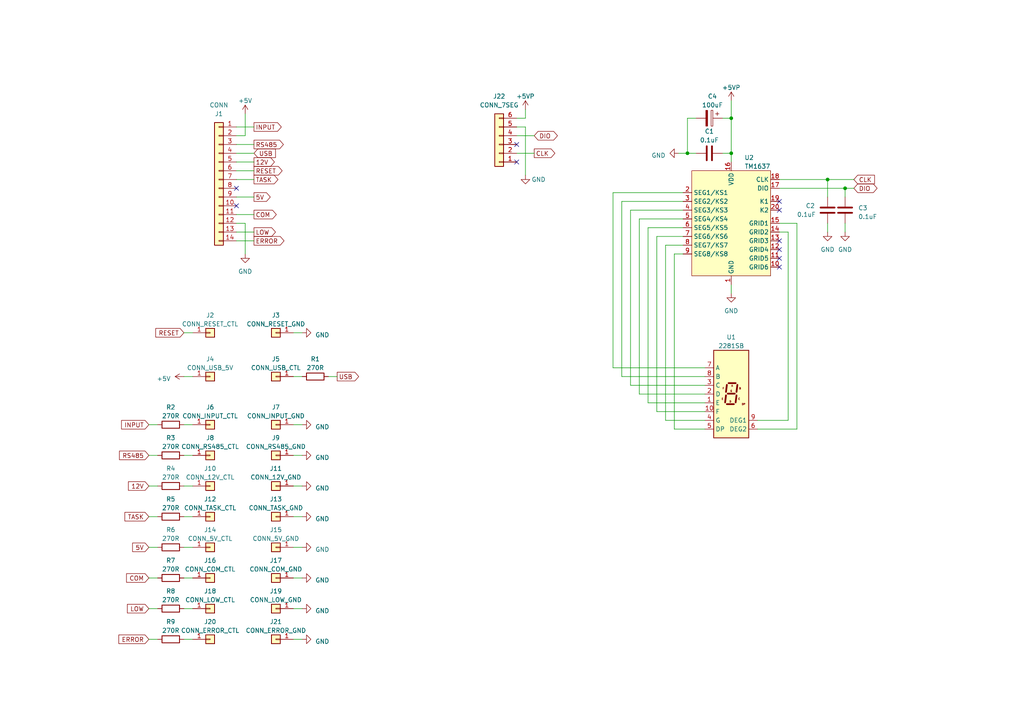
<source format=kicad_sch>
(kicad_sch (version 20230121) (generator eeschema)
  (paper "A4")
  (lib_symbols
    (symbol "Connector_Generic:Conn_01x01" (pin_names (offset 1.016) hide)
      (property "Reference" "J" (at 0 2.54 0))
      (property "Value" "Conn_01x01" (at 0 -2.54 0))
      (symbol "Conn_01x01_1_1"
        (rectangle (start -1.27 0.127) (end 0 -0.127) (stroke (width 0.1524)))
        (rectangle (start -1.27 1.27) (end 1.27 -1.27) (stroke (width 0.254)) (fill (type background)))
        (pin passive line (at -5.08 0 0) (length 3.81) (name "Pin_1") (number "1"))
      )
    )
    (symbol "Connector_Generic:Conn_01x06" (pin_names (offset 1.016) hide)
      (property "Reference" "J" (at 0 7.62 0))
      (property "Value" "Conn_01x06" (at 0 -10.16 0))
      (symbol "Conn_01x06_1_1"
        (rectangle (start -1.27 -7.493) (end 0 -7.747) (stroke (width 0.1524)))
        (rectangle (start -1.27 -4.953) (end 0 -5.207) (stroke (width 0.1524)))
        (rectangle (start -1.27 -2.413) (end 0 -2.667) (stroke (width 0.1524)))
        (rectangle (start -1.27 0.127) (end 0 -0.127) (stroke (width 0.1524)))
        (rectangle (start -1.27 2.667) (end 0 2.413) (stroke (width 0.1524)))
        (rectangle (start -1.27 5.207) (end 0 4.953) (stroke (width 0.1524)))
        (rectangle (start -1.27 6.35) (end 1.27 -8.89) (stroke (width 0.254)) (fill (type background)))
        (pin passive line (at -5.08 5.08 0) (length 3.81) (name "Pin_1") (number "1"))
        (pin passive line (at -5.08 2.54 0) (length 3.81) (name "Pin_2") (number "2"))
        (pin passive line (at -5.08 0 0) (length 3.81) (name "Pin_3") (number "3"))
        (pin passive line (at -5.08 -2.54 0) (length 3.81) (name "Pin_4") (number "4"))
        (pin passive line (at -5.08 -5.08 0) (length 3.81) (name "Pin_5") (number "5"))
        (pin passive line (at -5.08 -7.62 0) (length 3.81) (name "Pin_6") (number "6"))
      )
    )
    (symbol "Connector_Generic:Conn_01x14" (pin_names (offset 1.016) hide)
      (property "Reference" "J" (at 0 17.78 0))
      (property "Value" "Conn_01x14" (at 0 -20.32 0))
      (symbol "Conn_01x14_1_1"
        (rectangle (start -1.27 -17.653) (end 0 -17.907) (stroke (width 0.1524)))
        (rectangle (start -1.27 -15.113) (end 0 -15.367) (stroke (width 0.1524)))
        (rectangle (start -1.27 -12.573) (end 0 -12.827) (stroke (width 0.1524)))
        (rectangle (start -1.27 -10.033) (end 0 -10.287) (stroke (width 0.1524)))
        (rectangle (start -1.27 -7.493) (end 0 -7.747) (stroke (width 0.1524)))
        (rectangle (start -1.27 -4.953) (end 0 -5.207) (stroke (width 0.1524)))
        (rectangle (start -1.27 -2.413) (end 0 -2.667) (stroke (width 0.1524)))
        (rectangle (start -1.27 0.127) (end 0 -0.127) (stroke (width 0.1524)))
        (rectangle (start -1.27 2.667) (end 0 2.413) (stroke (width 0.1524)))
        (rectangle (start -1.27 5.207) (end 0 4.953) (stroke (width 0.1524)))
        (rectangle (start -1.27 7.747) (end 0 7.493) (stroke (width 0.1524)))
        (rectangle (start -1.27 10.287) (end 0 10.033) (stroke (width 0.1524)))
        (rectangle (start -1.27 12.827) (end 0 12.573) (stroke (width 0.1524)))
        (rectangle (start -1.27 15.367) (end 0 15.113) (stroke (width 0.1524)))
        (rectangle (start -1.27 16.51) (end 1.27 -19.05) (stroke (width 0.254)) (fill (type background)))
        (pin passive line (at -5.08 15.24 0) (length 3.81) (name "Pin_1") (number "1"))
        (pin passive line (at -5.08 -7.62 0) (length 3.81) (name "Pin_10") (number "10"))
        (pin passive line (at -5.08 -10.16 0) (length 3.81) (name "Pin_11") (number "11"))
        (pin passive line (at -5.08 -12.7 0) (length 3.81) (name "Pin_12") (number "12"))
        (pin passive line (at -5.08 -15.24 0) (length 3.81) (name "Pin_13") (number "13"))
        (pin passive line (at -5.08 -17.78 0) (length 3.81) (name "Pin_14") (number "14"))
        (pin passive line (at -5.08 12.7 0) (length 3.81) (name "Pin_2") (number "2"))
        (pin passive line (at -5.08 10.16 0) (length 3.81) (name "Pin_3") (number "3"))
        (pin passive line (at -5.08 7.62 0) (length 3.81) (name "Pin_4") (number "4"))
        (pin passive line (at -5.08 5.08 0) (length 3.81) (name "Pin_5") (number "5"))
        (pin passive line (at -5.08 2.54 0) (length 3.81) (name "Pin_6") (number "6"))
        (pin passive line (at -5.08 0 0) (length 3.81) (name "Pin_7") (number "7"))
        (pin passive line (at -5.08 -2.54 0) (length 3.81) (name "Pin_8") (number "8"))
        (pin passive line (at -5.08 -5.08 0) (length 3.81) (name "Pin_9") (number "9"))
      )
    )
    (symbol "Device:C" (pin_numbers hide) (pin_names (offset 0.254))
      (property "Reference" "C" (at 0.635 2.54 0))
      (property "Value" "C" (at 0.635 -2.54 0))
      (symbol "C_0_1"
        (polyline (pts (xy -2.032 -0.762) (xy 2.032 -0.762)) (stroke (width 0.508)))
        (polyline (pts (xy -2.032 0.762) (xy 2.032 0.762)) (stroke (width 0.508)))
      )
      (symbol "C_1_1"
        (pin passive line (at 0 3.81 270) (length 2.794) (name "~") (number "1"))
        (pin passive line (at 0 -3.81 90) (length 2.794) (name "~") (number "2"))
      )
    )
    (symbol "Device:C_Polarized" (pin_numbers hide) (pin_names (offset 0.254))
      (property "Reference" "C" (at 0.635 2.54 0))
      (property "Value" "C_Polarized" (at 0.635 -2.54 0))
      (symbol "C_Polarized_0_1"
        (rectangle (start -2.286 0.508) (end 2.286 1.016))
        (polyline (pts (xy -1.778 2.286) (xy -0.762 2.286)))
        (polyline (pts (xy -1.27 2.794) (xy -1.27 1.778)))
        (rectangle (start 2.286 -0.508) (end -2.286 -1.016) (fill (type outline)))
      )
      (symbol "C_Polarized_1_1"
        (pin passive line (at 0 3.81 270) (length 2.794) (name "~") (number "1"))
        (pin passive line (at 0 -3.81 90) (length 2.794) (name "~") (number "2"))
      )
    )
    (symbol "Device:R" (pin_numbers hide) (pin_names (offset 0))
      (property "Reference" "R" (at 2.032 0 90))
      (property "Value" "R" (at 0 0 90))
      (symbol "R_0_1"
        (rectangle (start -1.016 -2.54) (end 1.016 2.54) (stroke (width 0.254)))
      )
      (symbol "R_1_1"
        (pin passive line (at 0 3.81 270) (length 1.27) (name "~") (number "1"))
        (pin passive line (at 0 -3.81 90) (length 1.27) (name "~") (number "2"))
      )
    )
    (symbol "Display_Character:SC39-12EWA"
      (property "Reference" "U1" (at 0 16.51 0))
      (property "Value" "SC39-12EWA" (at 0 13.97 0))
      (symbol "SC39-12EWA_1_0"
        (text "A" (at 0.254 2.413 0) (effects (font (size 0.508 0.508))))
        (text "B" (at 2.54 1.651 0) (effects (font (size 0.508 0.508))))
        (text "C" (at 2.286 -1.397 0) (effects (font (size 0.508 0.508))))
        (text "D" (at -0.254 -2.159 0) (effects (font (size 0.508 0.508))))
        (text "DP" (at 3.556 -2.921 0) (effects (font (size 0.508 0.508))))
        (text "E" (at -2.54 -1.397 0) (effects (font (size 0.508 0.508))))
        (text "F" (at -2.286 1.651 0) (effects (font (size 0.508 0.508))))
        (text "G" (at 0 0.889 0) (effects (font (size 0.508 0.508))))
      )
      (symbol "SC39-12EWA_1_1"
        (rectangle (start -5.08 12.7) (end 5.08 -12.7) (stroke (width 0.254)) (fill (type background)))
        (polyline (pts (xy -1.524 -0.381) (xy -1.778 -2.413)) (stroke (width 0.508)))
        (polyline (pts (xy -1.27 -2.921) (xy 0.762 -2.921)) (stroke (width 0.508)))
        (polyline (pts (xy -1.27 2.667) (xy -1.524 0.635)) (stroke (width 0.508)))
        (polyline (pts (xy -1.016 0.127) (xy 1.016 0.127)) (stroke (width 0.508)))
        (polyline (pts (xy -0.762 3.175) (xy 1.27 3.175)) (stroke (width 0.508)))
        (polyline (pts (xy 1.524 -0.381) (xy 1.27 -2.413)) (stroke (width 0.508)))
        (polyline (pts (xy 1.778 2.667) (xy 1.524 0.635)) (stroke (width 0.508)))
        (polyline (pts (xy 2.54 -2.921) (xy 2.54 -2.921)) (stroke (width 0.508)))
        (pin input line (at -7.62 -2.54 0) (length 2.54) (name "E") (number "1"))
        (pin input line (at -7.62 -5.08 0) (length 2.54) (name "F") (number "10"))
        (pin input line (at -7.62 0 0) (length 2.54) (name "D") (number "2"))
        (pin input line (at -7.62 2.54 0) (length 2.54) (name "C") (number "3"))
        (pin input line (at -7.62 -7.62 0) (length 2.54) (name "G") (number "4"))
        (pin input line (at -7.62 -10.16 0) (length 2.54) (name "DP") (number "5"))
        (pin input line (at 7.62 -10.16 180) (length 2.54) (name "DEG2") (number "6"))
        (pin input line (at -7.62 7.62 0) (length 2.54) (name "A") (number "7"))
        (pin input line (at -7.62 5.08 0) (length 2.54) (name "B") (number "8"))
        (pin input line (at 7.62 -7.62 180) (length 2.54) (name "DEG1") (number "9"))
      )
    )
    (symbol "TSRP_Module:TM1637"
      (property "Reference" "U2" (at 15.24 3.81 0))
      (property "Value" "TM1637" (at 19.05 1.27 0))
      (symbol "TM1637_1_1"
        (rectangle (start 0 0) (end 22.86 -30.48) (fill (type background)))
        (pin power_in line (at 11.43 -33.02 90) (length 2.54) (name "GND") (number "1"))
        (pin input line (at 25.4 -27.94 180) (length 2.54) (name "GRID6") (number "10"))
        (pin input line (at 25.4 -25.4 180) (length 2.54) (name "GRID5") (number "11"))
        (pin input line (at 25.4 -22.86 180) (length 2.54) (name "GRID4") (number "12"))
        (pin input line (at 25.4 -20.32 180) (length 2.54) (name "GRID3") (number "13"))
        (pin input line (at 25.4 -17.78 180) (length 2.54) (name "GRID2") (number "14"))
        (pin input line (at 25.4 -15.24 180) (length 2.54) (name "GRID1") (number "15"))
        (pin power_in line (at 11.43 2.54 270) (length 2.54) (name "VDD") (number "16"))
        (pin bidirectional line (at 25.4 -5.08 180) (length 2.54) (name "DIO") (number "17"))
        (pin input line (at 25.4 -2.54 180) (length 2.54) (name "CLK") (number "18"))
        (pin output line (at 25.4 -8.89 180) (length 2.54) (name "K1") (number "19"))
        (pin output line (at -2.54 -6.35 0) (length 2.54) (name "SEG1/KS1") (number "2"))
        (pin output line (at 25.4 -11.43 180) (length 2.54) (name "K2") (number "20"))
        (pin output line (at -2.54 -8.89 0) (length 2.54) (name "SEG2/KS2") (number "3"))
        (pin output line (at -2.54 -11.43 0) (length 2.54) (name "SEG3/KS3") (number "4"))
        (pin output line (at -2.54 -13.97 0) (length 2.54) (name "SEG4/KS4") (number "5"))
        (pin output line (at -2.54 -16.51 0) (length 2.54) (name "SEG5/KS5") (number "6"))
        (pin output line (at -2.54 -19.05 0) (length 2.54) (name "SEG6/KS6") (number "7"))
        (pin output line (at -2.54 -21.59 0) (length 2.54) (name "SEG7/KS7") (number "8"))
        (pin output line (at -2.54 -24.13 0) (length 2.54) (name "SEG8/KS8") (number "9"))
      )
    )
    (symbol "power:+5V" (power) (pin_names (offset 0))
      (property "Value" "+5V" (at 0 3.556 0))
      (symbol "+5V_0_1"
        (polyline (pts (xy -0.762 1.27) (xy 0 2.54)))
        (polyline (pts (xy 0 0) (xy 0 2.54)))
        (polyline (pts (xy 0 2.54) (xy 0.762 1.27)))
      )
      (symbol "+5V_1_1"
        (pin power_in line (at 0 0 90) (length 0) hide (name "+5V") (number "1"))
      )
    )
    (symbol "power:+5VP" (power) (pin_names (offset 0))
      (property "Value" "+5VP" (at 0 3.556 0))
      (symbol "+5VP_0_1"
        (polyline (pts (xy -0.762 1.27) (xy 0 2.54)))
        (polyline (pts (xy 0 0) (xy 0 2.54)))
        (polyline (pts (xy 0 2.54) (xy 0.762 1.27)))
      )
      (symbol "+5VP_1_1"
        (pin power_in line (at 0 0 90) (length 0) hide (name "+5VP") (number "1"))
      )
    )
    (symbol "power:GND" (power) (pin_names (offset 0))
      (property "Value" "GND" (at 0 -3.81 0))
      (symbol "GND_0_1"
        (polyline (pts (xy 0 0) (xy 0 -1.27) (xy 1.27 -1.27) (xy 0 -2.54) (xy -1.27 -1.27) (xy 0 -1.27)))
      )
      (symbol "GND_1_1"
        (pin power_in line (at 0 0 270) (length 0) hide (name "GND") (number "1"))
      )
    )
  )
  (junction (at 240.03 52.07))
  (junction (at 245.11 54.61))
  (junction (at 199.39 44.45))
  (junction (at 212.09 44.45))
  (junction (at 212.09 34.29))
  (no_connect (at 149.86 46.99))
  (no_connect (at 226.06 69.85))
  (no_connect (at 68.58 59.69))
  (no_connect (at 226.06 58.42))
  (no_connect (at 226.06 74.93))
  (no_connect (at 149.86 41.91))
  (no_connect (at 226.06 72.39))
  (no_connect (at 226.06 77.47))
  (no_connect (at 68.58 54.61))
  (no_connect (at 226.06 60.96))
  (wire (pts (xy 53.34 149.86) (xy 55.88 149.86)))
  (wire (pts (xy 71.12 39.37) (xy 68.58 39.37)))
  (wire (pts (xy 53.34 176.53) (xy 55.88 176.53)))
  (wire (pts (xy 209.55 44.45) (xy 212.09 44.45)))
  (wire (pts (xy 152.4 50.8) (xy 152.4 36.83)))
  (wire (pts (xy 240.03 64.77) (xy 240.03 67.31)))
  (wire (pts (xy 180.34 58.42) (xy 180.34 109.22)))
  (wire (pts (xy 68.58 46.99) (xy 73.66 46.99)))
  (wire (pts (xy 43.18 167.64) (xy 45.72 167.64)))
  (wire (pts (xy 68.58 69.85) (xy 73.66 69.85)))
  (wire (pts (xy 212.09 44.45) (xy 212.09 46.99)))
  (wire (pts (xy 53.34 140.97) (xy 55.88 140.97)))
  (wire (pts (xy 182.88 60.96) (xy 182.88 111.76)))
  (wire (pts (xy 180.34 109.22) (xy 204.47 109.22)))
  (wire (pts (xy 226.06 54.61) (xy 245.11 54.61)))
  (wire (pts (xy 228.6 67.31) (xy 228.6 121.92)))
  (wire (pts (xy 85.09 109.22) (xy 87.63 109.22)))
  (wire (pts (xy 53.34 167.64) (xy 55.88 167.64)))
  (wire (pts (xy 240.03 52.07) (xy 240.03 57.15)))
  (wire (pts (xy 185.42 114.3) (xy 204.47 114.3)))
  (wire (pts (xy 226.06 52.07) (xy 240.03 52.07)))
  (wire (pts (xy 68.58 41.91) (xy 73.66 41.91)))
  (wire (pts (xy 43.18 158.75) (xy 45.72 158.75)))
  (wire (pts (xy 149.86 36.83) (xy 152.4 36.83)))
  (wire (pts (xy 53.34 109.22) (xy 55.88 109.22)))
  (wire (pts (xy 198.12 63.5) (xy 185.42 63.5)))
  (wire (pts (xy 212.09 34.29) (xy 212.09 44.45)))
  (wire (pts (xy 195.58 73.66) (xy 195.58 124.46)))
  (wire (pts (xy 198.12 58.42) (xy 180.34 58.42)))
  (wire (pts (xy 201.93 34.29) (xy 199.39 34.29)))
  (wire (pts (xy 190.5 68.58) (xy 190.5 119.38)))
  (wire (pts (xy 231.14 124.46) (xy 219.71 124.46)))
  (wire (pts (xy 209.55 34.29) (xy 212.09 34.29)))
  (wire (pts (xy 43.18 140.97) (xy 45.72 140.97)))
  (wire (pts (xy 198.12 71.12) (xy 193.04 71.12)))
  (wire (pts (xy 85.09 140.97) (xy 87.63 140.97)))
  (wire (pts (xy 53.34 185.42) (xy 55.88 185.42)))
  (wire (pts (xy 231.14 64.77) (xy 231.14 124.46)))
  (wire (pts (xy 245.11 64.77) (xy 245.11 67.31)))
  (wire (pts (xy 53.34 123.19) (xy 55.88 123.19)))
  (wire (pts (xy 71.12 33.02) (xy 71.12 39.37)))
  (wire (pts (xy 240.03 52.07) (xy 247.65 52.07)))
  (wire (pts (xy 85.09 132.08) (xy 87.63 132.08)))
  (wire (pts (xy 185.42 63.5) (xy 185.42 114.3)))
  (wire (pts (xy 68.58 36.83) (xy 73.66 36.83)))
  (wire (pts (xy 43.18 185.42) (xy 45.72 185.42)))
  (wire (pts (xy 182.88 111.76) (xy 204.47 111.76)))
  (wire (pts (xy 85.09 176.53) (xy 87.63 176.53)))
  (wire (pts (xy 195.58 124.46) (xy 204.47 124.46)))
  (wire (pts (xy 245.11 54.61) (xy 247.65 54.61)))
  (wire (pts (xy 85.09 149.86) (xy 87.63 149.86)))
  (wire (pts (xy 68.58 64.77) (xy 71.12 64.77)))
  (wire (pts (xy 177.8 55.88) (xy 177.8 106.68)))
  (wire (pts (xy 149.86 34.29) (xy 152.4 34.29)))
  (wire (pts (xy 177.8 106.68) (xy 204.47 106.68)))
  (wire (pts (xy 71.12 64.77) (xy 71.12 73.66)))
  (wire (pts (xy 43.18 149.86) (xy 45.72 149.86)))
  (wire (pts (xy 190.5 119.38) (xy 204.47 119.38)))
  (wire (pts (xy 68.58 49.53) (xy 73.66 49.53)))
  (wire (pts (xy 149.86 39.37) (xy 154.94 39.37)))
  (wire (pts (xy 198.12 73.66) (xy 195.58 73.66)))
  (wire (pts (xy 193.04 71.12) (xy 193.04 121.92)))
  (wire (pts (xy 43.18 176.53) (xy 45.72 176.53)))
  (wire (pts (xy 199.39 34.29) (xy 199.39 44.45)))
  (wire (pts (xy 68.58 67.31) (xy 73.66 67.31)))
  (wire (pts (xy 198.12 55.88) (xy 177.8 55.88)))
  (wire (pts (xy 68.58 57.15) (xy 73.66 57.15)))
  (wire (pts (xy 198.12 60.96) (xy 182.88 60.96)))
  (wire (pts (xy 199.39 44.45) (xy 201.93 44.45)))
  (wire (pts (xy 196.85 44.45) (xy 199.39 44.45)))
  (wire (pts (xy 53.34 158.75) (xy 55.88 158.75)))
  (wire (pts (xy 212.09 29.21) (xy 212.09 34.29)))
  (wire (pts (xy 149.86 44.45) (xy 154.94 44.45)))
  (wire (pts (xy 68.58 62.23) (xy 73.66 62.23)))
  (wire (pts (xy 53.34 132.08) (xy 55.88 132.08)))
  (wire (pts (xy 85.09 185.42) (xy 87.63 185.42)))
  (wire (pts (xy 68.58 44.45) (xy 73.66 44.45)))
  (wire (pts (xy 43.18 132.08) (xy 45.72 132.08)))
  (wire (pts (xy 85.09 96.52) (xy 87.63 96.52)))
  (wire (pts (xy 187.96 66.04) (xy 187.96 116.84)))
  (wire (pts (xy 198.12 68.58) (xy 190.5 68.58)))
  (wire (pts (xy 212.09 82.55) (xy 212.09 85.09)))
  (wire (pts (xy 193.04 121.92) (xy 204.47 121.92)))
  (wire (pts (xy 85.09 123.19) (xy 87.63 123.19)))
  (wire (pts (xy 43.18 123.19) (xy 45.72 123.19)))
  (wire (pts (xy 228.6 121.92) (xy 219.71 121.92)))
  (wire (pts (xy 198.12 66.04) (xy 187.96 66.04)))
  (wire (pts (xy 226.06 64.77) (xy 231.14 64.77)))
  (wire (pts (xy 85.09 158.75) (xy 87.63 158.75)))
  (wire (pts (xy 245.11 54.61) (xy 245.11 57.15)))
  (wire (pts (xy 68.58 52.07) (xy 73.66 52.07)))
  (wire (pts (xy 85.09 167.64) (xy 87.63 167.64)))
  (wire (pts (xy 187.96 116.84) (xy 204.47 116.84)))
  (wire (pts (xy 152.4 31.75) (xy 152.4 34.29)))
  (wire (pts (xy 226.06 67.31) (xy 228.6 67.31)))
  (wire (pts (xy 53.34 96.52) (xy 55.88 96.52)))
  (wire (pts (xy 95.25 109.22) (xy 97.79 109.22)))
  (global_label "LOW" (shape input) (at 43.18 176.53 180) (property "Intersheetrefs" "${INTERSHEET_REFS}" (effects hide)))
  (global_label "COM" (shape input) (at 43.18 167.64 180) (property "Intersheetrefs" "${INTERSHEET_REFS}" (effects hide)))
  (global_label "RS485" (shape input) (at 43.18 132.08 180) (property "Intersheetrefs" "${INTERSHEET_REFS}" (effects hide)))
  (global_label "12V" (shape output) (at 73.66 46.99 0) (property "Intersheetrefs" "${INTERSHEET_REFS}" (effects hide)))
  (global_label "LOW" (shape output) (at 73.66 67.31 0) (property "Intersheetrefs" "${INTERSHEET_REFS}" (effects hide)))
  (global_label "5V" (shape output) (at 73.66 57.15 0) (property "Intersheetrefs" "${INTERSHEET_REFS}" (effects hide)))
  (global_label "USB" (shape output) (at 97.79 109.22 0) (property "Intersheetrefs" "${INTERSHEET_REFS}" (effects hide)))
  (global_label "ERROR" (shape input) (at 43.18 185.42 180) (property "Intersheetrefs" "${INTERSHEET_REFS}" (effects hide)))
  (global_label "DIO" (shape bidirectional) (at 247.65 54.61 0) (property "Intersheetrefs" "${INTERSHEET_REFS}" (effects hide)))
  (global_label "INPUT" (shape output) (at 73.66 36.83 0) (property "Intersheetrefs" "${INTERSHEET_REFS}" (effects hide)))
  (global_label "CLK" (shape input) (at 247.65 52.07 0) (property "Intersheetrefs" "${INTERSHEET_REFS}" (effects hide)))
  (global_label "INPUT" (shape input) (at 43.18 123.19 180) (property "Intersheetrefs" "${INTERSHEET_REFS}" (effects hide)))
  (global_label "COM" (shape output) (at 73.66 62.23 0) (property "Intersheetrefs" "${INTERSHEET_REFS}" (effects hide)))
  (global_label "12V" (shape input) (at 43.18 140.97 180) (property "Intersheetrefs" "${INTERSHEET_REFS}" (effects hide)))
  (global_label "USB" (shape input) (at 73.66 44.45 0) (property "Intersheetrefs" "${INTERSHEET_REFS}" (effects hide)))
  (global_label "RESET" (shape output) (at 73.66 49.53 0) (property "Intersheetrefs" "${INTERSHEET_REFS}" (effects hide)))
  (global_label "5V" (shape input) (at 43.18 158.75 180) (property "Intersheetrefs" "${INTERSHEET_REFS}" (effects hide)))
  (global_label "RS485" (shape output) (at 73.66 41.91 0) (property "Intersheetrefs" "${INTERSHEET_REFS}" (effects hide)))
  (global_label "CLK" (shape output) (at 154.94 44.45 0) (property "Intersheetrefs" "${INTERSHEET_REFS}" (effects hide)))
  (global_label "DIO" (shape bidirectional) (at 154.94 39.37 0) (property "Intersheetrefs" "${INTERSHEET_REFS}" (effects hide)))
  (global_label "TASK" (shape input) (at 43.18 149.86 180) (property "Intersheetrefs" "${INTERSHEET_REFS}" (effects hide)))
  (global_label "TASK" (shape output) (at 73.66 52.07 0) (property "Intersheetrefs" "${INTERSHEET_REFS}" (effects hide)))
  (global_label "ERROR" (shape output) (at 73.66 69.85 0) (property "Intersheetrefs" "${INTERSHEET_REFS}" (effects hide)))
  (global_label "RESET" (shape input) (at 53.34 96.52 180) (property "Intersheetrefs" "${INTERSHEET_REFS}" (effects hide)))
  (symbol (lib_id "Connector_Generic:Conn_01x01") (at 60.96 123.19 0) (unit 1)
    (property "Reference" "J6" (at 60.96 118.11 0))
    (property "Value" "CONN_INPUT_CTL" (at 60.96 120.65 0))
    (property "Footprint" "TSRP_Connector_Generic:1p" (effects hide))
  )
  (symbol (lib_id "Device:R") (at 49.53 123.19 90) (unit 1)
    (property "Reference" "R2" (at 49.53 118.11 90))
    (property "Value" "270R" (at 49.53 120.65 90))
    (property "Footprint" "Resistor_SMD:R_0603_1608Metric_Pad0.98x0.95mm_HandSolder" (effects hide))
  )
  (symbol (lib_id "power:GND") (at 87.63 167.64 90) (unit 1)
    (property "Reference" "#PWR010" (effects hide))
    (property "Value" "GND" (at 91.44 168.275 90) (effects (justify right)))
  )
  (symbol (lib_id "Connector_Generic:Conn_01x01") (at 60.96 149.86 0) (unit 1)
    (property "Reference" "J12" (at 60.96 144.78 0))
    (property "Value" "CONN_TASK_CTL" (at 60.96 147.32 0))
    (property "Footprint" "TSRP_Connector_Generic:1p" (effects hide))
  )
  (symbol (lib_id "Connector_Generic:Conn_01x01") (at 60.96 185.42 0) (unit 1)
    (property "Reference" "J20" (at 60.96 180.34 0))
    (property "Value" "CONN_ERROR_CTL" (at 60.96 182.88 0))
    (property "Footprint" "TSRP_Connector_Generic:1p" (effects hide))
  )
  (symbol (lib_id "Connector_Generic:Conn_01x01") (at 80.01 167.64 180) (unit 1)
    (property "Reference" "J17" (at 80.01 162.56 0))
    (property "Value" "CONN_COM_GND" (at 80.01 165.1 0))
    (property "Footprint" "TSRP_Connector_Generic:1p" (effects hide))
  )
  (symbol (lib_id "Device:R") (at 91.44 109.22 90) (unit 1)
    (property "Reference" "R1" (at 91.44 104.14 90))
    (property "Value" "270R" (at 91.44 106.68 90))
    (property "Footprint" "Resistor_SMD:R_0603_1608Metric_Pad0.98x0.95mm_HandSolder" (effects hide))
  )
  (symbol (lib_id "Connector_Generic:Conn_01x01") (at 80.01 149.86 180) (unit 1)
    (property "Reference" "J13" (at 80.01 144.78 0))
    (property "Value" "CONN_TASK_GND" (at 80.01 147.32 0))
    (property "Footprint" "TSRP_Connector_Generic:1p" (effects hide))
  )
  (symbol (lib_id "power:GND") (at 87.63 158.75 90) (unit 1)
    (property "Reference" "#PWR09" (effects hide))
    (property "Value" "GND" (at 91.44 159.385 90) (effects (justify right)))
  )
  (symbol (lib_id "Device:C") (at 240.03 60.96 180) (unit 1)
    (property "Reference" "C2" (at 233.68 59.69 0) (effects (justify right)))
    (property "Value" "0.1uF" (at 231.14 62.23 0) (effects (justify right)))
    (property "Footprint" "Capacitor_SMD:C_0603_1608Metric_Pad1.08x0.95mm_HandSolder" (effects hide))
  )
  (symbol (lib_id "power:+5VP") (at 212.09 29.21 0) (unit 1)
    (property "Reference" "#PWR013" (effects hide))
    (property "Value" "+5VP" (at 212.09 25.4 0))
  )
  (symbol (lib_id "Connector_Generic:Conn_01x14") (at 63.5 52.07 0) (mirror y) (unit 1)
    (property "Reference" "J1" (at 63.5 33.02 0))
    (property "Value" "CONN" (at 63.5 30.48 0))
    (property "Footprint" "TSRP_Connector_Hirose:DF51A-14DP-2DS" (effects hide))
  )
  (symbol (lib_id "power:GND") (at 152.4 50.8 0) (mirror y) (unit 1)
    (property "Reference" "#PWR014" (effects hide))
    (property "Value" "GND" (at 156.21 52.07 0))
  )
  (symbol (lib_id "Connector_Generic:Conn_01x01") (at 60.96 158.75 0) (unit 1)
    (property "Reference" "J14" (at 60.96 153.67 0))
    (property "Value" "CONN_5V_CTL" (at 60.96 156.21 0))
    (property "Footprint" "TSRP_Connector_Generic:1p" (effects hide))
  )
  (symbol (lib_id "Device:R") (at 49.53 185.42 90) (unit 1)
    (property "Reference" "R9" (at 49.53 180.34 90))
    (property "Value" "270R" (at 49.53 182.88 90))
    (property "Footprint" "Resistor_SMD:R_0603_1608Metric_Pad0.98x0.95mm_HandSolder" (effects hide))
  )
  (symbol (lib_id "Connector_Generic:Conn_01x01") (at 60.96 167.64 0) (unit 1)
    (property "Reference" "J16" (at 60.96 162.56 0))
    (property "Value" "CONN_COM_CTL" (at 60.96 165.1 0))
    (property "Footprint" "TSRP_Connector_Generic:1p" (effects hide))
  )
  (symbol (lib_id "power:+5V") (at 53.34 109.22 90) (unit 1)
    (property "Reference" "#PWR04" (effects hide))
    (property "Value" "+5V" (at 49.53 109.855 90) (effects (justify left)))
  )
  (symbol (lib_id "Connector_Generic:Conn_01x01") (at 60.96 96.52 0) (unit 1)
    (property "Reference" "J2" (at 60.96 91.44 0))
    (property "Value" "CONN_RESET_CTL" (at 60.96 93.98 0))
    (property "Footprint" "TSRP_Connector_Generic:1p" (effects hide))
  )
  (symbol (lib_id "Device:R") (at 49.53 158.75 90) (unit 1)
    (property "Reference" "R6" (at 49.53 153.67 90))
    (property "Value" "270R" (at 49.53 156.21 90))
    (property "Footprint" "Resistor_SMD:R_0603_1608Metric_Pad0.98x0.95mm_HandSolder" (effects hide))
  )
  (symbol (lib_id "Connector_Generic:Conn_01x01") (at 60.96 109.22 0) (unit 1)
    (property "Reference" "J4" (at 60.96 104.14 0))
    (property "Value" "CONN_USB_5V" (at 60.96 106.68 0))
    (property "Footprint" "TSRP_Connector_Generic:1p" (effects hide))
  )
  (symbol (lib_id "Connector_Generic:Conn_01x01") (at 60.96 132.08 0) (unit 1)
    (property "Reference" "J8" (at 60.96 127 0))
    (property "Value" "CONN_RS485_CTL" (at 60.96 129.54 0))
    (property "Footprint" "TSRP_Connector_Generic:1p" (effects hide))
  )
  (symbol (lib_id "Connector_Generic:Conn_01x01") (at 80.01 96.52 180) (unit 1)
    (property "Reference" "J3" (at 80.01 91.44 0))
    (property "Value" "CONN_RESET_GND" (at 80.01 93.98 0))
    (property "Footprint" "TSRP_Connector_Generic:1p" (effects hide))
  )
  (symbol (lib_id "Connector_Generic:Conn_01x01") (at 60.96 176.53 0) (unit 1)
    (property "Reference" "J18" (at 60.96 171.45 0))
    (property "Value" "CONN_LOW_CTL" (at 60.96 173.99 0))
    (property "Footprint" "TSRP_Connector_Generic:1p" (effects hide))
  )
  (symbol (lib_id "power:GND") (at 212.09 85.09 0) (unit 1)
    (property "Reference" "#PWR017" (effects hide))
    (property "Value" "GND" (at 212.09 90.17 0))
  )
  (symbol (lib_id "Connector_Generic:Conn_01x01") (at 60.96 140.97 0) (unit 1)
    (property "Reference" "J10" (at 60.96 135.89 0))
    (property "Value" "CONN_12V_CTL" (at 60.96 138.43 0))
    (property "Footprint" "TSRP_Connector_Generic:1p" (effects hide))
  )
  (symbol (lib_id "TSRP_Module:TM1637") (at 200.66 49.53 0) (unit 1)
    (property "Reference" "U2" (at 215.9 45.72 0) (effects (justify left)))
    (property "Value" "TM1637" (at 219.71 48.26 0))
    (property "Footprint" "Package_SO:SOP-20_7.5x12.8mm_P1.27mm" (effects hide))
  )
  (symbol (lib_id "power:GND") (at 87.63 123.19 90) (unit 1)
    (property "Reference" "#PWR05" (effects hide))
    (property "Value" "GND" (at 91.44 123.825 90) (effects (justify right)))
  )
  (symbol (lib_id "Connector_Generic:Conn_01x01") (at 80.01 176.53 180) (unit 1)
    (property "Reference" "J19" (at 80.01 171.45 0))
    (property "Value" "CONN_LOW_GND" (at 80.01 173.99 0))
    (property "Footprint" "TSRP_Connector_Generic:1p" (effects hide))
  )
  (symbol (lib_id "Device:R") (at 49.53 167.64 90) (unit 1)
    (property "Reference" "R7" (at 49.53 162.56 90))
    (property "Value" "270R" (at 49.53 165.1 90))
    (property "Footprint" "Resistor_SMD:R_0603_1608Metric_Pad0.98x0.95mm_HandSolder" (effects hide))
  )
  (symbol (lib_id "Connector_Generic:Conn_01x01") (at 80.01 185.42 180) (unit 1)
    (property "Reference" "J21" (at 80.01 180.34 0))
    (property "Value" "CONN_ERROR_GND" (at 80.01 182.88 0))
    (property "Footprint" "TSRP_Connector_Generic:1p" (effects hide))
  )
  (symbol (lib_id "Device:R") (at 49.53 132.08 90) (unit 1)
    (property "Reference" "R3" (at 49.53 127 90))
    (property "Value" "270R" (at 49.53 129.54 90))
    (property "Footprint" "Resistor_SMD:R_0603_1608Metric_Pad0.98x0.95mm_HandSolder" (effects hide))
  )
  (symbol (lib_id "Device:C") (at 205.74 44.45 90) (unit 1)
    (property "Reference" "C1" (at 205.74 38.1 90))
    (property "Value" "0.1uF" (at 205.74 40.64 90))
    (property "Footprint" "Capacitor_SMD:C_0603_1608Metric_Pad1.08x0.95mm_HandSolder" (effects hide))
  )
  (symbol (lib_id "power:GND") (at 196.85 44.45 270) (unit 1)
    (property "Reference" "#PWR016" (effects hide))
    (property "Value" "GND" (at 193.04 45.085 90) (effects (justify right)))
  )
  (symbol (lib_id "Connector_Generic:Conn_01x06") (at 144.78 41.91 180) (unit 1)
    (property "Reference" "J22" (at 144.78 27.94 0))
    (property "Value" "CONN_7SEG" (at 144.78 30.48 0))
    (property "Footprint" "TSRP_Connector_Hirose:DF51A-6DP-2DSA" (effects hide))
  )
  (symbol (lib_id "Connector_Generic:Conn_01x01") (at 80.01 140.97 180) (unit 1)
    (property "Reference" "J11" (at 80.01 135.89 0))
    (property "Value" "CONN_12V_GND" (at 80.01 138.43 0))
    (property "Footprint" "TSRP_Connector_Generic:1p" (effects hide))
  )
  (symbol (lib_id "power:GND") (at 87.63 96.52 90) (unit 1)
    (property "Reference" "#PWR03" (effects hide))
    (property "Value" "GND" (at 91.44 97.155 90) (effects (justify right)))
  )
  (symbol (lib_id "power:GND") (at 87.63 132.08 90) (unit 1)
    (property "Reference" "#PWR06" (effects hide))
    (property "Value" "GND" (at 91.44 132.715 90) (effects (justify right)))
  )
  (symbol (lib_id "Display_Character:SC39-12EWA") (at 212.09 114.3 0) (unit 1)
    (property "Reference" "U1" (at 212.09 97.79 0))
    (property "Value" "2281SB" (at 212.09 100.33 0))
    (property "Footprint" "Display_7Segment:Sx39-1xxxxx" (effects hide))
  )
  (symbol (lib_id "power:+5V") (at 71.12 33.02 0) (unit 1)
    (property "Reference" "#PWR02" (effects hide))
    (property "Value" "+5V" (at 71.12 29.21 0))
  )
  (symbol (lib_id "Connector_Generic:Conn_01x01") (at 80.01 123.19 180) (unit 1)
    (property "Reference" "J7" (at 80.01 118.11 0))
    (property "Value" "CONN_INPUT_GND" (at 80.01 120.65 0))
    (property "Footprint" "TSRP_Connector_Generic:1p" (effects hide))
  )
  (symbol (lib_id "power:GND") (at 87.63 176.53 90) (unit 1)
    (property "Reference" "#PWR011" (effects hide))
    (property "Value" "GND" (at 91.44 177.165 90) (effects (justify right)))
  )
  (symbol (lib_id "Device:C") (at 245.11 60.96 180) (unit 1)
    (property "Reference" "C3" (at 248.92 60.325 0) (effects (justify right)))
    (property "Value" "0.1uF" (at 248.92 62.865 0) (effects (justify right)))
    (property "Footprint" "Capacitor_SMD:C_0603_1608Metric_Pad1.08x0.95mm_HandSolder" (effects hide))
  )
  (symbol (lib_id "Connector_Generic:Conn_01x01") (at 80.01 158.75 180) (unit 1)
    (property "Reference" "J15" (at 80.01 153.67 0))
    (property "Value" "CONN_5V_GND" (at 80.01 156.21 0))
    (property "Footprint" "TSRP_Connector_Generic:1p" (effects hide))
  )
  (symbol (lib_id "Device:C_Polarized") (at 205.74 34.29 270) (unit 1)
    (property "Reference" "C4" (at 206.629 27.94 90))
    (property "Value" "100uF" (at 206.629 30.48 90))
    (property "Footprint" "Capacitor_SMD:C_Elec_6.3x7.7" (effects hide))
    (property "Datasheet" "https://akizukidenshi.com/catalog/g/gP-14452/" (effects hide))
  )
  (symbol (lib_id "power:GND") (at 87.63 185.42 90) (unit 1)
    (property "Reference" "#PWR012" (effects hide))
    (property "Value" "GND" (at 91.44 186.055 90) (effects (justify right)))
  )
  (symbol (lib_id "Device:R") (at 49.53 140.97 90) (unit 1)
    (property "Reference" "R4" (at 49.53 135.89 90))
    (property "Value" "270R" (at 49.53 138.43 90))
    (property "Footprint" "Resistor_SMD:R_0603_1608Metric_Pad0.98x0.95mm_HandSolder" (effects hide))
  )
  (symbol (lib_id "Device:R") (at 49.53 176.53 90) (unit 1)
    (property "Reference" "R8" (at 49.53 171.45 90))
    (property "Value" "270R" (at 49.53 173.99 90))
    (property "Footprint" "Resistor_SMD:R_0603_1608Metric_Pad0.98x0.95mm_HandSolder" (effects hide))
  )
  (symbol (lib_id "Connector_Generic:Conn_01x01") (at 80.01 109.22 180) (unit 1)
    (property "Reference" "J5" (at 80.01 104.14 0))
    (property "Value" "CONN_USB_CTL" (at 80.01 106.68 0))
    (property "Footprint" "TSRP_Connector_Generic:1p" (effects hide))
  )
  (symbol (lib_id "Device:R") (at 49.53 149.86 90) (unit 1)
    (property "Reference" "R5" (at 49.53 144.78 90))
    (property "Value" "270R" (at 49.53 147.32 90))
    (property "Footprint" "Resistor_SMD:R_0603_1608Metric_Pad0.98x0.95mm_HandSolder" (effects hide))
  )
  (symbol (lib_id "power:GND") (at 71.12 73.66 0) (unit 1)
    (property "Reference" "#PWR01" (effects hide))
    (property "Value" "GND" (at 71.12 78.74 0))
  )
  (symbol (lib_id "Connector_Generic:Conn_01x01") (at 80.01 132.08 180) (unit 1)
    (property "Reference" "J9" (at 80.01 127 0))
    (property "Value" "CONN_RS485_GND" (at 80.01 129.54 0))
    (property "Footprint" "TSRP_Connector_Generic:1p" (effects hide))
  )
  (symbol (lib_id "power:GND") (at 245.11 67.31 0) (unit 1)
    (property "Reference" "#PWR018" (effects hide))
    (property "Value" "GND" (at 245.11 72.39 0))
  )
  (symbol (lib_id "power:GND") (at 240.03 67.31 0) (unit 1)
    (property "Reference" "#PWR019" (effects hide))
    (property "Value" "GND" (at 240.03 72.39 0))
  )
  (symbol (lib_id "power:GND") (at 87.63 149.86 90) (unit 1)
    (property "Reference" "#PWR08" (effects hide))
    (property "Value" "GND" (at 91.44 150.495 90) (effects (justify right)))
  )
  (symbol (lib_id "power:GND") (at 87.63 140.97 90) (unit 1)
    (property "Reference" "#PWR07" (effects hide))
    (property "Value" "GND" (at 91.44 141.605 90) (effects (justify right)))
  )
  (symbol (lib_id "power:+5VP") (at 152.4 31.75 0) (unit 1)
    (property "Reference" "#PWR020" (effects hide))
    (property "Value" "+5VP" (at 152.4 27.94 0))
  )
)
</source>
